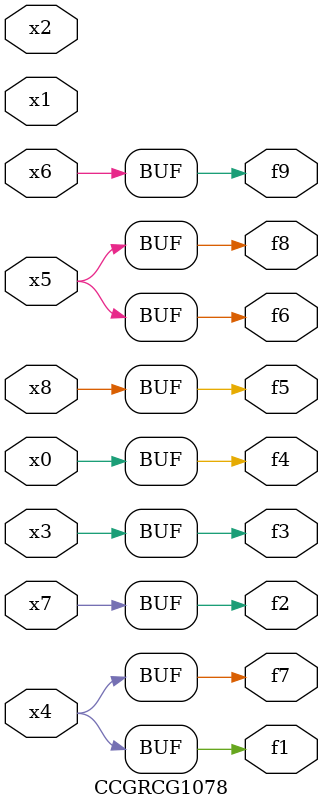
<source format=v>
module CCGRCG1078(
	input x0, x1, x2, x3, x4, x5, x6, x7, x8,
	output f1, f2, f3, f4, f5, f6, f7, f8, f9
);
	assign f1 = x4;
	assign f2 = x7;
	assign f3 = x3;
	assign f4 = x0;
	assign f5 = x8;
	assign f6 = x5;
	assign f7 = x4;
	assign f8 = x5;
	assign f9 = x6;
endmodule

</source>
